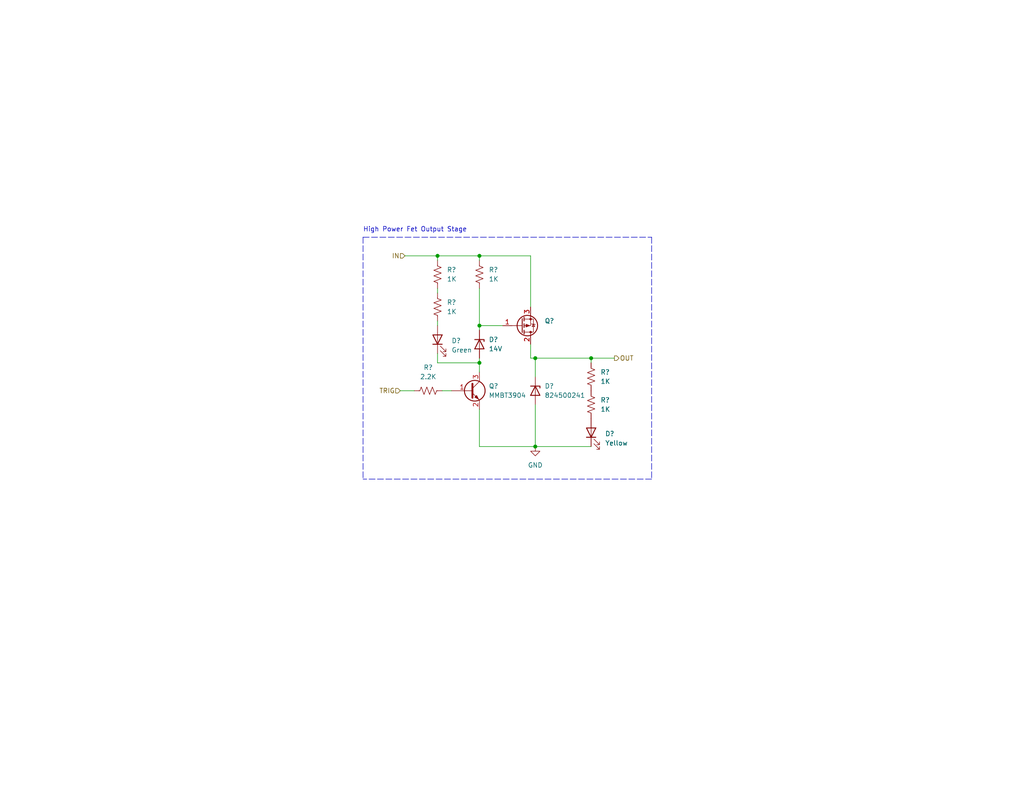
<source format=kicad_sch>
(kicad_sch (version 20211123) (generator eeschema)
  (paper "USLetter")
  (title_block (title "DOM - Fet Output Channel") (date "2022-07-14") (rev "1.0") (company "Missouri S&T Rocket Design Team") (comment 1 "Seth Sievers"))
  (lib_symbols
    (symbol "Device:D_Zener" (pin_numbers hide) (pin_names (offset 1.016) hide)
      (property "Reference" "D" (at 0 2.54 0))
      (property "Value" "D_Zener" (at 0 -2.54 0))
      (symbol "D_Zener_0_1"
        (polyline (pts (xy 1.27 0) (xy -1.27 0)))
        (polyline (pts (xy -1.27 -1.27) (xy -1.27 1.27) (xy -0.762 1.27)) (stroke (width 0.254)))
        (polyline (pts (xy 1.27 -1.27) (xy 1.27 1.27) (xy -1.27 0) (xy 1.27 -1.27)) (stroke (width 0.254)))
      )
      (symbol "D_Zener_1_1"
        (pin passive line (at -3.81 0 0) (length 2.54) (name "K") (number "1"))
        (pin passive line (at 3.81 0 180) (length 2.54) (name "A") (number "2"))
      )
    )
    (symbol "Device:LED" (pin_numbers hide) (pin_names (offset 1.016) hide)
      (property "Reference" "D" (at 0 2.54 0))
      (property "Value" "LED" (at 0 -2.54 0))
      (symbol "LED_0_1"
        (polyline (pts (xy -1.27 -1.27) (xy -1.27 1.27)) (stroke (width 0.254)))
        (polyline (pts (xy -1.27 0) (xy 1.27 0)))
        (polyline (pts (xy 1.27 -1.27) (xy 1.27 1.27) (xy -1.27 0) (xy 1.27 -1.27)) (stroke (width 0.254)))
        (polyline (pts (xy -3.048 -0.762) (xy -4.572 -2.286) (xy -3.81 -2.286) (xy -4.572 -2.286) (xy -4.572 -1.524)))
        (polyline (pts (xy -1.778 -0.762) (xy -3.302 -2.286) (xy -2.54 -2.286) (xy -3.302 -2.286) (xy -3.302 -1.524)))
      )
      (symbol "LED_1_1"
        (pin passive line (at -3.81 0 0) (length 2.54) (name "K") (number "1"))
        (pin passive line (at 3.81 0 180) (length 2.54) (name "A") (number "2"))
      )
    )
    (symbol "Device:R_US" (pin_numbers hide) (pin_names (offset 0))
      (property "Reference" "R" (at 2.54 0 90))
      (property "Value" "R_US" (at -2.54 0 90))
      (symbol "R_US_0_1"
        (polyline (pts (xy 0 -2.286) (xy 0 -2.54)))
        (polyline (pts (xy 0 2.286) (xy 0 2.54)))
        (polyline (pts (xy 0 -0.762) (xy 1.016 -1.143) (xy 0 -1.524) (xy -1.016 -1.905) (xy 0 -2.286)))
        (polyline (pts (xy 0 0.762) (xy 1.016 0.381) (xy 0 0) (xy -1.016 -0.381) (xy 0 -0.762)))
        (polyline (pts (xy 0 2.286) (xy 1.016 1.905) (xy 0 1.524) (xy -1.016 1.143) (xy 0 0.762)))
      )
      (symbol "R_US_1_1"
        (pin passive line (at 0 3.81 270) (length 1.27) (name "~") (number "1"))
        (pin passive line (at 0 -3.81 90) (length 1.27) (name "~") (number "2"))
      )
    )
    (symbol "Transistor_BJT:MMBT3904" (pin_names (offset 0) hide)
      (property "Reference" "Q" (at 5.08 1.905 0))
      (property "Value" "MMBT3904" (at 5.08 0 0))
      (symbol "MMBT3904_0_1"
        (polyline (pts (xy 0.635 0.635) (xy 2.54 2.54)))
        (polyline (pts (xy 0.635 -0.635) (xy 2.54 -2.54) (xy 2.54 -2.54)))
        (polyline (pts (xy 0.635 1.905) (xy 0.635 -1.905) (xy 0.635 -1.905)) (stroke (width 0.508)))
        (polyline (pts (xy 1.27 -1.778) (xy 1.778 -1.27) (xy 2.286 -2.286) (xy 1.27 -1.778) (xy 1.27 -1.778)) (fill (type outline)))
        (circle (center 1.27 0) (radius 2.8194) (stroke (width 0.254)))
      )
      (symbol "MMBT3904_1_1"
        (pin input line (at -5.08 0 0) (length 5.715) (name "B") (number "1"))
        (pin passive line (at 2.54 -5.08 90) (length 2.54) (name "E") (number "2"))
        (pin passive line (at 2.54 5.08 270) (length 2.54) (name "C") (number "3"))
      )
    )
    (symbol "Transistor_FET:IRF9540N" (pin_names hide)
      (property "Reference" "Q" (at 5.08 1.905 0))
      (property "Value" "IRF9540N" (at 5.08 0 0))
      (symbol "IRF9540N_0_1"
        (polyline (pts (xy 0.254 0) (xy -2.54 0)))
        (polyline (pts (xy 0.254 1.905) (xy 0.254 -1.905)) (stroke (width 0.254)))
        (polyline (pts (xy 0.762 -1.27) (xy 0.762 -2.286)) (stroke (width 0.254)))
        (polyline (pts (xy 0.762 0.508) (xy 0.762 -0.508)) (stroke (width 0.254)))
        (polyline (pts (xy 0.762 2.286) (xy 0.762 1.27)) (stroke (width 0.254)))
        (polyline (pts (xy 2.54 2.54) (xy 2.54 1.778)))
        (polyline (pts (xy 2.54 -2.54) (xy 2.54 0) (xy 0.762 0)))
        (polyline (pts (xy 0.762 1.778) (xy 3.302 1.778) (xy 3.302 -1.778) (xy 0.762 -1.778)))
        (polyline (pts (xy 2.286 0) (xy 1.27 0.381) (xy 1.27 -0.381) (xy 2.286 0)) (fill (type outline)))
        (polyline (pts (xy 2.794 -0.508) (xy 2.921 -0.381) (xy 3.683 -0.381) (xy 3.81 -0.254)))
        (polyline (pts (xy 3.302 -0.381) (xy 2.921 0.254) (xy 3.683 0.254) (xy 3.302 -0.381)))
        (circle (center 1.651 0) (radius 2.794) (stroke (width 0.254)))
        (circle (center 2.54 -1.778) (radius 0.254) (fill (type outline)))
        (circle (center 2.54 1.778) (radius 0.254) (fill (type outline)))
      )
      (symbol "IRF9540N_1_1"
        (pin input line (at -5.08 0 0) (length 2.54) (name "G") (number "1"))
        (pin passive line (at 2.54 5.08 270) (length 2.54) (name "D") (number "2"))
        (pin passive line (at 2.54 -5.08 90) (length 2.54) (name "S") (number "3"))
      )
    )
    (symbol "power:GND" (power) (pin_names (offset 0))
      (property "Value" "GND" (at 0 -3.81 0))
      (symbol "GND_0_1"
        (polyline (pts (xy 0 0) (xy 0 -1.27) (xy 1.27 -1.27) (xy 0 -2.54) (xy -1.27 -1.27) (xy 0 -1.27)))
      )
      (symbol "GND_1_1"
        (pin power_in line (at 0 0 270) (length 0) hide (name "GND") (number "1"))
      )
    )
  )
  (junction (at 130.81 69.85))
  (junction (at 130.81 88.9))
  (junction (at 161.29 97.79))
  (junction (at 130.81 99.06))
  (junction (at 119.38 69.85))
  (junction (at 146.05 121.92))
  (junction (at 146.05 97.79))
  (wire (pts (xy 110.49 69.85) (xy 119.38 69.85)))
  (wire (pts (xy 144.78 97.79) (xy 146.05 97.79)))
  (polyline (pts (xy 99.06 64.77) (xy 177.8 64.77)))
  (wire (pts (xy 130.81 88.9) (xy 130.81 90.17)))
  (wire (pts (xy 144.78 93.98) (xy 144.78 97.79)))
  (wire (pts (xy 146.05 97.79) (xy 146.05 102.87)))
  (wire (pts (xy 119.38 87.63) (xy 119.38 88.9)))
  (polyline (pts (xy 177.8 130.81) (xy 99.06 130.81)))
  (wire (pts (xy 161.29 97.79) (xy 161.29 99.06)))
  (wire (pts (xy 161.29 97.79) (xy 167.64 97.79)))
  (wire (pts (xy 119.38 69.85) (xy 119.38 71.12)))
  (wire (pts (xy 130.81 99.06) (xy 130.81 97.79)))
  (wire (pts (xy 144.78 69.85) (xy 144.78 83.82)))
  (wire (pts (xy 130.81 78.74) (xy 130.81 88.9)))
  (wire (pts (xy 130.81 99.06) (xy 130.81 101.6)))
  (wire (pts (xy 119.38 69.85) (xy 130.81 69.85)))
  (wire (pts (xy 130.81 69.85) (xy 144.78 69.85)))
  (wire (pts (xy 137.16 88.9) (xy 130.81 88.9)))
  (wire (pts (xy 130.81 71.12) (xy 130.81 69.85)))
  (polyline (pts (xy 177.8 64.77) (xy 177.8 130.81)))
  (wire (pts (xy 120.65 106.68) (xy 123.19 106.68)))
  (polyline (pts (xy 99.06 64.77) (xy 99.06 130.81)))
  (wire (pts (xy 130.81 111.76) (xy 130.81 121.92)))
  (wire (pts (xy 119.38 96.52) (xy 119.38 99.06)))
  (wire (pts (xy 119.38 99.06) (xy 130.81 99.06)))
  (wire (pts (xy 146.05 97.79) (xy 161.29 97.79)))
  (wire (pts (xy 146.05 121.92) (xy 130.81 121.92)))
  (wire (pts (xy 119.38 78.74) (xy 119.38 80.01)))
  (wire (pts (xy 109.22 106.68) (xy 113.03 106.68)))
  (wire (pts (xy 161.29 121.92) (xy 146.05 121.92)))
  (wire (pts (xy 146.05 110.49) (xy 146.05 121.92)))
  (text "High Power Fet Output Stage\n" (at 99.06 63.5 0) (effects (font (size 1.27 1.27)) (justify left bottom)))
  (hierarchical_label "IN" (shape input) (at 110.49 69.85 180))
  (hierarchical_label "OUT" (shape output) (at 167.64 97.79 0))
  (hierarchical_label "TRIG" (shape input) (at 109.22 106.68 180))
  (symbol (lib_id "Device:R_US") (at 161.29 110.49 0) (unit 1)
    (property "Reference" "R?" (at 163.83 109.2199 0) (effects (justify left)))
    (property "Value" "1K" (at 163.83 111.7599 0) (effects (justify left)))
    (property "Footprint" "Resistor_SMD:R_0603_1608Metric_Pad0.98x0.95mm_HandSolder" (effects hide))
  )
  (symbol (lib_id "Device:LED") (at 119.38 92.71 90) (unit 1)
    (property "Reference" "D?" (at 123.19 93.0274 90) (effects (justify right)))
    (property "Value" "Green" (at 123.19 95.5674 90) (effects (justify right)))
    (property "Footprint" "LED_THT:LED_D5.0mm" (effects hide))
  )
  (symbol (lib_id "Device:R_US") (at 161.29 102.87 0) (unit 1)
    (property "Reference" "R?" (at 163.83 101.5999 0) (effects (justify left)))
    (property "Value" "1K" (at 163.83 104.1399 0) (effects (justify left)))
    (property "Footprint" "Resistor_SMD:R_0603_1608Metric_Pad0.98x0.95mm_HandSolder" (effects hide))
  )
  (symbol (lib_id "Transistor_FET:IRF9540N") (at 142.24 88.9 0) (mirror x) (unit 1)
    (property "Reference" "Q?" (at 148.59 87.6299 0) (effects (justify left)))
    (property "Datasheet" "https://www.infineon.com/dgdl/irf9z24npbf.pdf?fileId=5546d462533600a40153561218961ddb" (effects hide))
    (property "Seller" "https://www.digikey.com/en/products/detail/infineon-technologies/IRF9Z24NPBF/811747" (effects hide))
  )
  (symbol (lib_id "Device:R_US") (at 119.38 74.93 0) (unit 1)
    (property "Reference" "R?" (at 121.92 73.6599 0) (effects (justify left)))
    (property "Value" "1K" (at 121.92 76.1999 0) (effects (justify left)))
    (property "Footprint" "Resistor_SMD:R_0603_1608Metric_Pad0.98x0.95mm_HandSolder" (effects hide))
  )
  (symbol (lib_id "Transistor_BJT:MMBT3904") (at 128.27 106.68 0) (unit 1)
    (property "Reference" "Q?" (at 133.35 105.4099 0) (effects (justify left)))
    (property "Value" "MMBT3904" (at 133.35 107.9499 0) (effects (justify left)))
    (property "Footprint" "Package_TO_SOT_SMD:SOT-23" (effects hide))
    (property "Datasheet" "https://www.diodes.com/assets/Datasheets/ds30036.pdf" (effects hide))
    (property "Seller" "https://www.digikey.com/en/products/detail/diodes-incorporated/MMBT3904-7-F/814494" (effects hide))
  )
  (symbol (lib_id "Device:LED") (at 161.29 118.11 90) (unit 1)
    (property "Reference" "D?" (at 165.1 118.4274 90) (effects (justify right)))
    (property "Value" "Yellow" (at 165.1 120.9674 90) (effects (justify right)))
    (property "Footprint" "LED_THT:LED_D5.0mm" (effects hide))
  )
  (symbol (lib_id "Device:D_Zener") (at 146.05 106.68 270) (unit 1)
    (property "Reference" "D?" (at 148.59 105.4099 90) (effects (justify left)))
    (property "Value" "824500241" (at 148.59 107.9499 90) (effects (justify left)))
    (property "Footprint" "Diode_SMD:D_SMA" (effects hide))
    (property "Datasheet" "https://www.we-online.com/katalog/datasheet/824500241.pdf" (effects hide))
    (property "Seller" "https://www.digikey.com/en/products/detail/w%C3%BCrth-elektronik/824500241/5870797" (effects hide))
  )
  (symbol (lib_id "power:GND") (at 146.05 121.92 0) (unit 1)
    (property "Reference" "#PWR?" (effects hide))
  )
  (symbol (lib_id "Device:R_US") (at 130.81 74.93 0) (unit 1)
    (property "Reference" "R?" (at 133.35 73.6599 0) (effects (justify left)))
    (property "Value" "1K" (at 133.35 76.1999 0) (effects (justify left)))
    (property "Footprint" "Resistor_SMD:R_0603_1608Metric_Pad0.98x0.95mm_HandSolder" (effects hide))
  )
  (symbol (lib_id "Device:D_Zener") (at 130.81 93.98 270) (unit 1)
    (property "Reference" "D?" (at 133.35 92.7099 90) (effects (justify left)))
    (property "Value" "14V" (at 133.35 95.2499 90) (effects (justify left)))
    (property "Footprint" "Diode_SMD:D_SOD-123" (effects hide))
    (property "Datasheet" "https://www.panjit.com.tw/upload/datasheet/BZT52-C2V4_SERIES.pdf" (effects hide))
    (property "Seller" "https://www.digikey.com/en/products/detail/panjit-international-inc/BZT52-C14-R1-00001/15800759" (effects hide))
  )
  (symbol (lib_id "Device:R_US") (at 119.38 83.82 0) (unit 1)
    (property "Reference" "R?" (at 121.92 82.5499 0) (effects (justify left)))
    (property "Value" "1K" (at 121.92 85.0899 0) (effects (justify left)))
    (property "Footprint" "Resistor_SMD:R_0603_1608Metric_Pad0.98x0.95mm_HandSolder" (effects hide))
  )
  (symbol (lib_id "Device:R_US") (at 116.84 106.68 270) (unit 1)
    (property "Reference" "R?" (at 116.84 100.33 90))
    (property "Value" "2.2K" (at 116.84 102.87 90))
    (property "Footprint" "Resistor_SMD:R_0603_1608Metric_Pad0.98x0.95mm_HandSolder" (effects hide))
  )
)
</source>
